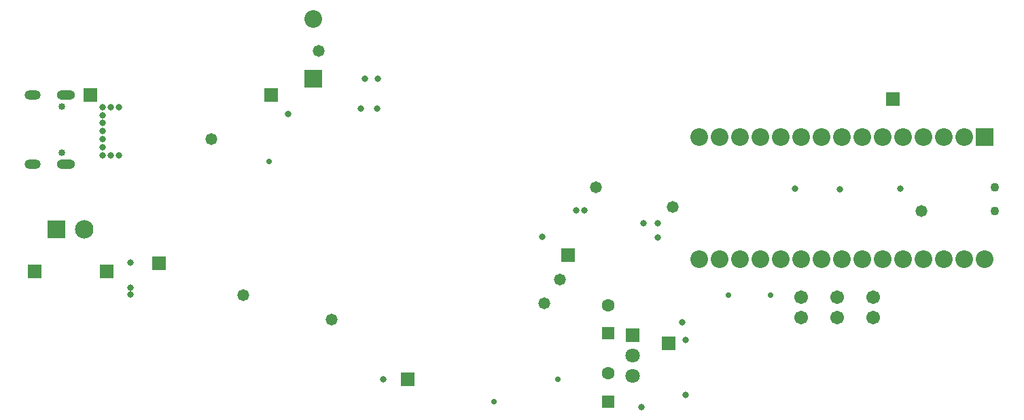
<source format=gbr>
%TF.GenerationSoftware,Altium Limited,Altium Designer,21.0.9 (235)*%
G04 Layer_Color=16711935*
%FSLAX45Y45*%
%MOMM*%
%TF.SameCoordinates,4BE4B6C8-753D-4877-B088-52E4D9ED0B03*%
%TF.FilePolarity,Negative*%
%TF.FileFunction,Soldermask,Bot*%
%TF.Part,Single*%
G01*
G75*
%TA.AperFunction,ComponentPad*%
%ADD54C,2.20320*%
%ADD55R,2.20320X2.20320*%
%ADD56C,1.10320*%
%ADD57C,1.70320*%
%ADD58R,1.70320X1.70320*%
%ADD59R,1.70320X1.70320*%
%ADD60C,2.30320*%
%ADD61R,2.30320X2.30320*%
%ADD62R,1.80320X1.80320*%
%ADD63C,1.80320*%
%ADD64C,0.85320*%
%ADD65O,2.30320X1.20320*%
%ADD66O,2.00320X1.20320*%
%ADD67R,1.60320X1.60320*%
%ADD68C,1.60320*%
%TA.AperFunction,ViaPad*%
%ADD69C,0.70320*%
%ADD70C,1.47320*%
%ADD71C,0.80320*%
D54*
X16086000Y6000000D02*
D03*
X15832001D02*
D03*
X15578000D02*
D03*
X15324001D02*
D03*
X15070000D02*
D03*
X14816000D02*
D03*
X14562000D02*
D03*
X14308000D02*
D03*
X14053999D02*
D03*
X13800000D02*
D03*
X13546001D02*
D03*
X13292000D02*
D03*
X13038000D02*
D03*
X12784000D02*
D03*
X12530000D02*
D03*
Y7524000D02*
D03*
X12784000D02*
D03*
X13038000D02*
D03*
X13292000D02*
D03*
X13546001D02*
D03*
X13800000D02*
D03*
X14053999D02*
D03*
X14308000D02*
D03*
X14562000D02*
D03*
X14816000D02*
D03*
X15070000D02*
D03*
X15324001D02*
D03*
X15578000D02*
D03*
X15832001D02*
D03*
X7725000Y9000000D02*
D03*
D55*
X16086000Y7524000D02*
D03*
X7725000Y8250000D02*
D03*
D56*
X16220000Y6600000D02*
D03*
Y6900000D02*
D03*
D57*
X14250000Y5273000D02*
D03*
Y5527000D02*
D03*
X13800000Y5273000D02*
D03*
Y5527000D02*
D03*
X14700000Y5273000D02*
D03*
Y5527000D02*
D03*
D58*
X5800000Y5950000D02*
D03*
X5150000Y5850000D02*
D03*
X4250000D02*
D03*
X12150000Y4950000D02*
D03*
X14950000Y8000000D02*
D03*
X7200000Y8050000D02*
D03*
X4950000D02*
D03*
D59*
X10900000Y6050000D02*
D03*
X8900000Y4500000D02*
D03*
D60*
X4875000Y6370000D02*
D03*
D61*
X4525000D02*
D03*
D62*
X11700000Y5054000D02*
D03*
D63*
Y4800000D02*
D03*
Y4546000D02*
D03*
D64*
X4593000Y7329000D02*
D03*
Y7907000D02*
D03*
D65*
X4643000Y8050000D02*
D03*
Y7186000D02*
D03*
D66*
X4225000Y8050000D02*
D03*
Y7186000D02*
D03*
D67*
X11400000Y5075000D02*
D03*
Y4225000D02*
D03*
D68*
Y5425000D02*
D03*
Y4575000D02*
D03*
D69*
X7175000Y7225000D02*
D03*
X10775000Y4500000D02*
D03*
X9975000Y4225000D02*
D03*
X13425000Y5550000D02*
D03*
X12900000D02*
D03*
D70*
X15300000Y6600000D02*
D03*
X7791500Y8600000D02*
D03*
X11250000Y6900000D02*
D03*
X12200000Y6650000D02*
D03*
X10800000Y5750000D02*
D03*
X10600000Y5450000D02*
D03*
X6850000Y5550000D02*
D03*
X7950000Y5250000D02*
D03*
X6450000Y7500000D02*
D03*
D71*
X11100000Y6610000D02*
D03*
X11000000D02*
D03*
X10580000Y6280000D02*
D03*
X15039999Y6880000D02*
D03*
X13730000D02*
D03*
X14289999Y6870000D02*
D03*
X12360000Y4990000D02*
D03*
X12320000Y5210000D02*
D03*
X12360000Y4310000D02*
D03*
X11810000Y4160000D02*
D03*
X5450000Y5560000D02*
D03*
Y5650000D02*
D03*
Y5960000D02*
D03*
X12020000Y6270000D02*
D03*
Y6450000D02*
D03*
X11840000D02*
D03*
X7410000Y7810000D02*
D03*
X8520000Y7880000D02*
D03*
X8530000Y8250000D02*
D03*
X8320000Y7880000D02*
D03*
X8370000Y8250000D02*
D03*
X8600000Y4500000D02*
D03*
X5300000Y7900000D02*
D03*
X5200000D02*
D03*
X5100000D02*
D03*
Y7800000D02*
D03*
Y7700000D02*
D03*
Y7600000D02*
D03*
Y7500000D02*
D03*
Y7400000D02*
D03*
X5300000Y7300000D02*
D03*
X5200000D02*
D03*
X5100000D02*
D03*
%TF.MD5,ffabb45ea4b697fc5ae35aad630a13bd*%
M02*

</source>
